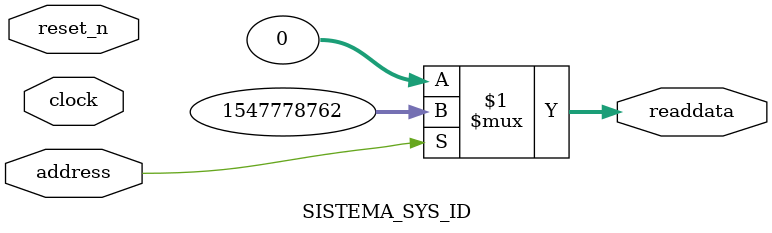
<source format=v>



// synthesis translate_off
`timescale 1ns / 1ps
// synthesis translate_on

// turn off superfluous verilog processor warnings 
// altera message_level Level1 
// altera message_off 10034 10035 10036 10037 10230 10240 10030 

module SISTEMA_SYS_ID (
               // inputs:
                address,
                clock,
                reset_n,

               // outputs:
                readdata
             )
;

  output  [ 31: 0] readdata;
  input            address;
  input            clock;
  input            reset_n;

  wire    [ 31: 0] readdata;
  //control_slave, which is an e_avalon_slave
  assign readdata = address ? 1547778762 : 0;

endmodule



</source>
